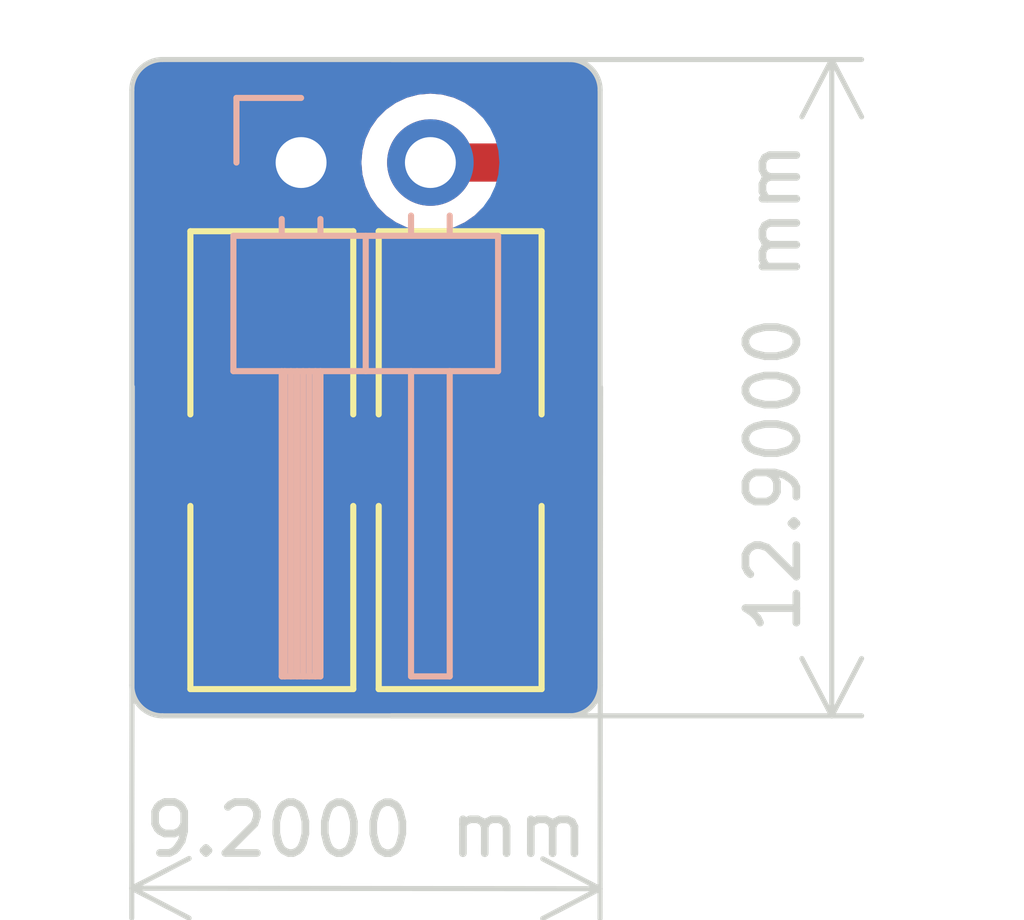
<source format=kicad_pcb>
(kicad_pcb (version 20221018) (generator pcbnew)
  (layers (0 "F.Cu" signal) (31 "B.Cu" signal) (34 "B.Paste" user) (35 "F.Paste" user) (36 "B.SilkS" user "B.Silkscreen") (37 "F.SilkS" user "F.Silkscreen") (38 "B.Mask" user) (39 "F.Mask" user) (44 "Edge.Cuts" user))
  (net 0 "")
  (net 1 "GND")
  (net 2 "+3V3")
  (footprint "2024l1:led2835" (layer "F.Cu") (at 150.35 104.175 -90)
    (fp_text reference "D4" hide)
    (fp_text value "LED")
    (fp_line (start -2.2 -1.6) (end -2.2 1.6) (stroke (width 0.12)) (layer "F.SilkS"))
    (fp_line (start 1.4 -1.6) (end -2.2 -1.6) (stroke (width 0.12)) (layer "F.SilkS"))
    (fp_line (start 1.4 1.6) (end -2.2 1.6) (stroke (width 0.12)) (layer "F.SilkS"))
    (pad "1" smd rect (at -0.9 0 270) (size 2.2 2.2) (layers "F.Cu" "F.Paste" "F.Mask") (net 1 "GND"))
    (pad "2" smd rect (at 1.375 0 270) (size 1.25 2.2) (layers "F.Cu" "F.Paste" "F.Mask") (net 2 "+3V3"))
  )
  (footprint "2024l1:led2835" (layer "F.Cu") (at 146.65 108.775 90)
    (fp_text reference "D2" hide)
    (fp_text value "LED")
    (fp_line (start -2.2 -1.6) (end -2.2 1.6) (stroke (width 0.12)) (layer "F.SilkS"))
    (fp_line (start 1.4 -1.6) (end -2.2 -1.6) (stroke (width 0.12)) (layer "F.SilkS"))
    (fp_line (start 1.4 1.6) (end -2.2 1.6) (stroke (width 0.12)) (layer "F.SilkS"))
    (pad "1" smd rect (at -0.9 0 90) (size 2.2 2.2) (layers "F.Cu" "F.Paste" "F.Mask") (net 1 "GND"))
    (pad "2" smd rect (at 1.375 0 90) (size 1.25 2.2) (layers "F.Cu" "F.Paste" "F.Mask") (net 2 "+3V3"))
  )
  (footprint "2024l1:led2835" (layer "F.Cu") (at 150.35 108.775 90)
    (fp_text reference "D1" hide)
    (fp_text value "LED")
    (fp_line (start -2.2 -1.6) (end -2.2 1.6) (stroke (width 0.12)) (layer "F.SilkS"))
    (fp_line (start 1.4 -1.6) (end -2.2 -1.6) (stroke (width 0.12)) (layer "F.SilkS"))
    (fp_line (start 1.4 1.6) (end -2.2 1.6) (stroke (width 0.12)) (layer "F.SilkS"))
    (pad "1" smd rect (at -0.9 0 90) (size 2.2 2.2) (layers "F.Cu" "F.Paste" "F.Mask") (net 1 "GND"))
    (pad "2" smd rect (at 1.375 0 90) (size 1.25 2.2) (layers "F.Cu" "F.Paste" "F.Mask") (net 2 "+3V3"))
  )
  (footprint "2024l1:led2835" (layer "F.Cu") (at 146.65 104.175 -90)
    (fp_text reference "D3" hide)
    (fp_text value "LED")
    (fp_line (start -2.2 -1.6) (end -2.2 1.6) (stroke (width 0.12)) (layer "F.SilkS"))
    (fp_line (start 1.4 -1.6) (end -2.2 -1.6) (stroke (width 0.12)) (layer "F.SilkS"))
    (fp_line (start 1.4 1.6) (end -2.2 1.6) (stroke (width 0.12)) (layer "F.SilkS"))
    (pad "1" smd rect (at -0.9 0 270) (size 2.2 2.2) (layers "F.Cu" "F.Paste" "F.Mask") (net 1 "GND"))
    (pad "2" smd rect (at 1.375 0 270) (size 1.25 2.2) (layers "F.Cu" "F.Paste" "F.Mask") (net 2 "+3V3"))
  )
  (footprint "Connector_PinHeader_2.54mm:PinHeader_1x02_P2.54mm_Horizontal" (layer "B.Cu") (at 147.225 100.625 -90)
    (fp_text reference "J1" hide)
    (fp_text value "Conn_01x02")
    (fp_line (start -1.27 0) (end -1.27 1.27) (stroke (width 0.12)) (layer "B.SilkS"))
    (fp_line (start -1.27 1.27) (end 0 1.27) (stroke (width 0.12)) (layer "B.SilkS"))
    (fp_line (start 1.042929 -2.92) (end 1.44 -2.92) (stroke (width 0.12)) (layer "B.SilkS"))
    (fp_line (start 1.042929 -2.16) (end 1.44 -2.16) (stroke (width 0.12)) (layer "B.SilkS"))
    (fp_line (start 1.11 -0.38) (end 1.44 -0.38) (stroke (width 0.12)) (layer "B.SilkS"))
    (fp_line (start 1.11 0.38) (end 1.44 0.38) (stroke (width 0.12)) (layer "B.SilkS"))
    (fp_line (start 1.44 -3.87) (end 4.1 -3.87) (stroke (width 0.12)) (layer "B.SilkS"))
    (fp_line (start 1.44 -1.27) (end 4.1 -1.27) (stroke (width 0.12)) (layer "B.SilkS"))
    (fp_line (start 1.44 1.33) (end 1.44 -3.87) (stroke (width 0.12)) (layer "B.SilkS"))
    (fp_line (start 4.1 -3.87) (end 4.1 1.33) (stroke (width 0.12)) (layer "B.SilkS"))
    (fp_line (start 4.1 -2.16) (end 10.1 -2.16) (stroke (width 0.12)) (layer "B.SilkS"))
    (fp_line (start 4.1 -0.28) (end 10.1 -0.28) (stroke (width 0.12)) (layer "B.SilkS"))
    (fp_line (start 4.1 -0.16) (end 10.1 -0.16) (stroke (width 0.12)) (layer "B.SilkS"))
    (fp_line (start 4.1 -0.04) (end 10.1 -0.04) (stroke (width 0.12)) (layer "B.SilkS"))
    (fp_line (start 4.1 0.08) (end 10.1 0.08) (stroke (width 0.12)) (layer "B.SilkS"))
    (fp_line (start 4.1 0.2) (end 10.1 0.2) (stroke (width 0.12)) (layer "B.SilkS"))
    (fp_line (start 4.1 0.32) (end 10.1 0.32) (stroke (width 0.12)) (layer "B.SilkS"))
    (fp_line (start 4.1 0.38) (end 10.1 0.38) (stroke (width 0.12)) (layer "B.SilkS"))
    (fp_line (start 4.1 1.33) (end 1.44 1.33) (stroke (width 0.12)) (layer "B.SilkS"))
    (fp_line (start 10.1 -2.92) (end 4.1 -2.92) (stroke (width 0.12)) (layer "B.SilkS"))
    (fp_line (start 10.1 -2.16) (end 10.1 -2.92) (stroke (width 0.12)) (layer "B.SilkS"))
    (fp_line (start 10.1 -0.38) (end 4.1 -0.38) (stroke (width 0.12)) (layer "B.SilkS"))
    (fp_line (start 10.1 0.38) (end 10.1 -0.38) (stroke (width 0.12)) (layer "B.SilkS"))
    (pad "1" thru_hole rect (at 0 0 270) (size 1.7 1.7) (drill 1) (layers "*.Cu" "*.Mask") (net 1 "GND"))
    (pad "2" thru_hole oval (at 0 -2.54 270) (size 1.7 1.7) (drill 1) (layers "*.Cu" "*.Mask") (net 2 "+3V3"))
  )
  (gr_line (start 144.5 111.5) (end 152.5 111.5) (stroke (width 0.1)) (layer "Edge.Cuts"))
  (gr_arc (start 152.5 98.6) (mid 152.924264 98.775736) (end 153.1 99.2) (stroke (width 0.1)) (layer "Edge.Cuts"))
  (gr_arc (start 144.5 111.5) (mid 144.075736 111.324264) (end 143.9 110.9) (stroke (width 0.1)) (layer "Edge.Cuts"))
  (gr_arc (start 153.1 110.9) (mid 152.924264 111.324264) (end 152.5 111.5) (stroke (width 0.1)) (layer "Edge.Cuts"))
  (gr_line (start 143.9 99.2) (end 143.9 110.9) (stroke (width 0.1)) (layer "Edge.Cuts"))
  (gr_arc (start 143.9 99.2) (mid 144.075736 98.775736) (end 144.5 98.6) (stroke (width 0.1)) (layer "Edge.Cuts"))
  (gr_line (start 153.1 99.2) (end 153.1 110.9) (stroke (width 0.1)) (layer "Edge.Cuts"))
  (gr_line (start 144.5 98.6) (end 152.5 98.6) (stroke (width 0.1)) (layer "Edge.Cuts"))
  (dimension (type aligned) (layer "Edge.Cuts") (pts (xy 148.5 98.6) (xy 148.5 111.5)) (height -9.15) (gr_text "12.9000 mm" (at 156.5 105.05 90) (layer "Edge.Cuts") (effects (font (size 1 1) (thickness 0.15)))) (format (prefix "") (suffix "") (units 3) (units_format 1) (precision 4)) (style (thickness 0.1) (arrow_length 1.27) (text_position_mode 0) (extension_height 0.58642) (extension_offset 0.5) keep_text_aligned))
  (dimension (type aligned) (layer "Edge.Cuts") (pts (xy 143.91 104.53) (xy 153.11 104.54)) (height 10.358809) (gr_text "9.2000 mm" (at 148.49999 113.743804 359.937722) (layer "Edge.Cuts") (effects (font (size 1 1) (thickness 0.15)))) (format (prefix "") (suffix "") (units 3) (units_format 1) (precision 4)) (style (thickness 0.1) (arrow_length 1.27) (text_position_mode 0) (extension_height 0.58642) (extension_offset 0.5) keep_text_aligned))
  (segment (start 152.55 101.45) (end 152.55 105.15) (width 0.75) (layer "F.Cu") (net 2))
  (segment (start 152.15 105.55) (end 150.35 105.55) (width 0.75) (layer "F.Cu") (net 2))
  (segment (start 151.725 100.625) (end 152.55 101.45) (width 0.75) (layer "F.Cu") (net 2))
  (segment (start 149.765 100.625) (end 151.725 100.625) (width 0.75) (layer "F.Cu") (net 2))
  (segment (start 152.55 105.15) (end 152.15 105.55) (width 0.75) (layer "F.Cu") (net 2))
  (zone (net 2) (net_name "+3V3") (layer "F.Cu") (priority 1) (connect_pads yes (clearance 0.2)) (min_thickness 0.2) (fill yes (thermal_gap 0.5) (thermal_bridge_width 0.5) (smoothing fillet) (radius 0.2))
    (polygon (pts (xy 145 104.65) (xy 152 104.65) (xy 152 108.35) (xy 145 108.35)))
  )
  (zone (net 1) (net_name "GND") (layers "F&B.Cu") (connect_pads yes (clearance 0.5)) (min_thickness 0.25) (fill yes (thermal_gap 0.5) (thermal_bridge_width 0.5) (smoothing fillet))
    (polygon (pts (xy 141.31 97.47) (xy 154.69 97.43) (xy 154.69 111.93) (xy 141.31 111.97)))
  )
)
</source>
